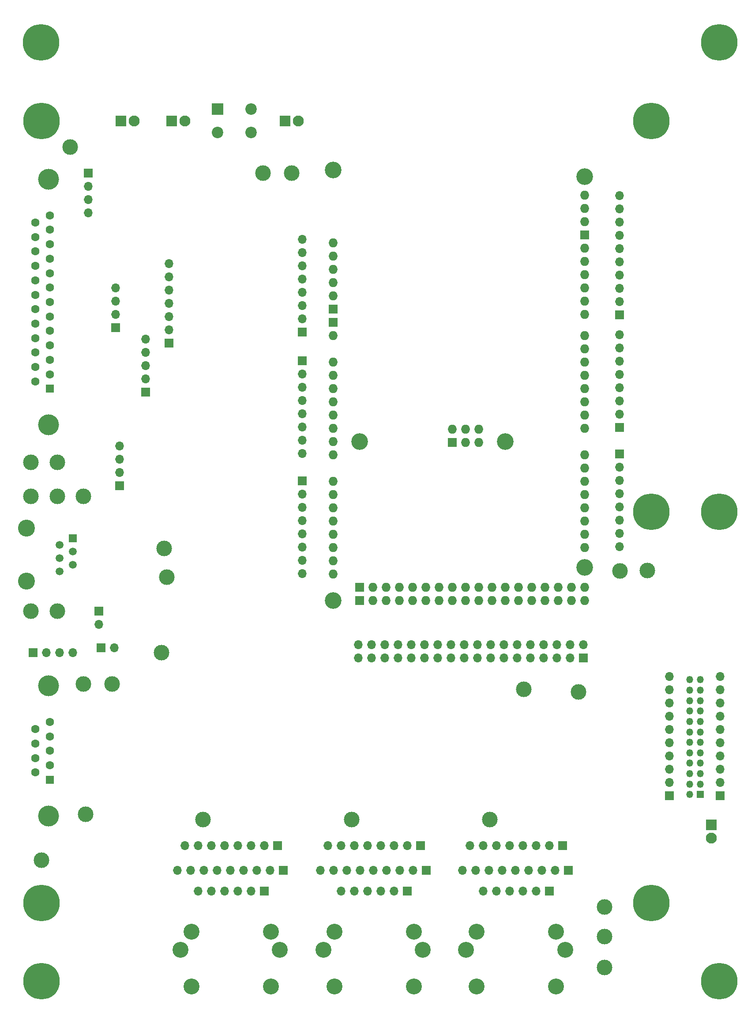
<source format=gbr>
%TF.GenerationSoftware,KiCad,Pcbnew,7.0.1*%
%TF.CreationDate,2023-08-28T22:07:01-05:00*%
%TF.ProjectId,Control v1,436f6e74-726f-46c2-9076-312e6b696361,0.1*%
%TF.SameCoordinates,Original*%
%TF.FileFunction,Soldermask,Bot*%
%TF.FilePolarity,Negative*%
%FSLAX46Y46*%
G04 Gerber Fmt 4.6, Leading zero omitted, Abs format (unit mm)*
G04 Created by KiCad (PCBNEW 7.0.1) date 2023-08-28 22:07:01*
%MOMM*%
%LPD*%
G01*
G04 APERTURE LIST*
%ADD10C,3.000000*%
%ADD11R,1.700000X1.700000*%
%ADD12O,1.700000X1.700000*%
%ADD13C,0.800000*%
%ADD14C,7.000000*%
%ADD15R,2.100000X2.100000*%
%ADD16C,2.100000*%
%ADD17C,3.048000*%
%ADD18C,3.200000*%
%ADD19O,1.727200X1.727200*%
%ADD20R,1.727200X1.727200*%
%ADD21C,4.000000*%
%ADD22R,1.600000X1.600000*%
%ADD23C,1.600000*%
%ADD24C,3.250000*%
%ADD25R,1.520000X1.520000*%
%ADD26C,1.520000*%
%ADD27R,1.350000X1.350000*%
%ADD28O,1.350000X1.350000*%
%ADD29R,2.200000X2.200000*%
%ADD30C,2.200000*%
G04 APERTURE END LIST*
D10*
%TO.C,TP18*%
X63500000Y-188000000D03*
%TD*%
%TO.C,SPI_SCK1*%
X79000000Y-142500000D03*
%TD*%
D11*
%TO.C,J5*%
X105000000Y-101000000D03*
D12*
X105000000Y-103540000D03*
X105000000Y-106080000D03*
X105000000Y-108620000D03*
X105000000Y-111160000D03*
X105000000Y-113700000D03*
X105000000Y-116240000D03*
X105000000Y-118780000D03*
%TD*%
D10*
%TO.C,D_PSU_RX1*%
X166000000Y-141300000D03*
%TD*%
D13*
%TO.C,ISO4*%
X182375000Y-220000000D03*
X183143845Y-218143845D03*
X183143845Y-221856155D03*
X185000000Y-217375000D03*
D14*
X185000000Y-220000000D03*
D13*
X185000000Y-222625000D03*
X186856155Y-218143845D03*
X186856155Y-221856155D03*
X187625000Y-220000000D03*
%TD*%
D10*
%TO.C,TP12*%
X58000000Y-149000000D03*
%TD*%
D11*
%TO.C,J24*%
X53380000Y-157000000D03*
D12*
X55920000Y-157000000D03*
X58460000Y-157000000D03*
X61000000Y-157000000D03*
%TD*%
D10*
%TO.C,TP6*%
X141000000Y-188950000D03*
%TD*%
D11*
%TO.C,J6*%
X165940000Y-113780000D03*
D12*
X165940000Y-111240000D03*
X165940000Y-108700000D03*
X165940000Y-106160000D03*
X165940000Y-103620000D03*
X165940000Y-101080000D03*
X165940000Y-98540000D03*
X165940000Y-96000000D03*
%TD*%
D11*
%TO.C,J4*%
X105000000Y-124000000D03*
D12*
X105000000Y-126540000D03*
X105000000Y-129080000D03*
X105000000Y-131620000D03*
X105000000Y-134160000D03*
X105000000Y-136700000D03*
X105000000Y-139240000D03*
X105000000Y-141780000D03*
%TD*%
D13*
%TO.C,ISO5*%
X182375000Y-130000000D03*
X183143845Y-128143845D03*
X183143845Y-131856155D03*
X185000000Y-127375000D03*
D14*
X185000000Y-130000000D03*
D13*
X185000000Y-132625000D03*
X186856155Y-128143845D03*
X186856155Y-131856155D03*
X187625000Y-130000000D03*
%TD*%
D11*
%TO.C,J17*%
X75000000Y-107000000D03*
D12*
X75000000Y-104460000D03*
X75000000Y-101920000D03*
X75000000Y-99380000D03*
X75000000Y-96840000D03*
%TD*%
D13*
%TO.C,H5*%
X169375000Y-130000000D03*
X170143845Y-128143845D03*
X170143845Y-131856155D03*
X172000000Y-127375000D03*
D14*
X172000000Y-130000000D03*
D13*
X172000000Y-132625000D03*
X173856155Y-128143845D03*
X173856155Y-131856155D03*
X174625000Y-130000000D03*
%TD*%
D10*
%TO.C,TP11*%
X53000000Y-120500000D03*
%TD*%
D11*
%TO.C,J8*%
X159000000Y-158000000D03*
D12*
X159000000Y-155460000D03*
X156460000Y-158000000D03*
X156460000Y-155460000D03*
X153920000Y-158000000D03*
X153920000Y-155460000D03*
X151380000Y-158000000D03*
X151380000Y-155460000D03*
X148840000Y-158000000D03*
X148840000Y-155460000D03*
X146300000Y-158000000D03*
X146300000Y-155460000D03*
X143760000Y-158000000D03*
X143760000Y-155460000D03*
X141220000Y-158000000D03*
X141220000Y-155460000D03*
X138680000Y-158000000D03*
X138680000Y-155460000D03*
X136140000Y-158000000D03*
X136140000Y-155460000D03*
X133600000Y-158000000D03*
X133600000Y-155460000D03*
X131060000Y-158000000D03*
X131060000Y-155460000D03*
X128520000Y-158000000D03*
X128520000Y-155460000D03*
X125980000Y-158000000D03*
X125980000Y-155460000D03*
X123440000Y-158000000D03*
X123440000Y-155460000D03*
X120900000Y-158000000D03*
X120900000Y-155460000D03*
X118360000Y-158000000D03*
X118360000Y-155460000D03*
X115820000Y-158000000D03*
X115820000Y-155460000D03*
%TD*%
D15*
%TO.C,J13*%
X80000000Y-55000000D03*
D16*
X82540000Y-55000000D03*
%TD*%
D10*
%TO.C,D_PSU_TX1*%
X171250000Y-141250000D03*
%TD*%
D11*
%TO.C,J14*%
X185250000Y-184380000D03*
D12*
X185250000Y-181840000D03*
X185250000Y-179300000D03*
X185250000Y-176760000D03*
X185250000Y-174220000D03*
X185250000Y-171680000D03*
X185250000Y-169140000D03*
X185250000Y-166600000D03*
X185250000Y-164060000D03*
X185250000Y-161520000D03*
%TD*%
D13*
%TO.C,H2*%
X52375000Y-205000000D03*
X53143845Y-203143845D03*
X53143845Y-206856155D03*
X55000000Y-202375000D03*
D14*
X55000000Y-205000000D03*
D13*
X55000000Y-207625000D03*
X56856155Y-203143845D03*
X56856155Y-206856155D03*
X57625000Y-205000000D03*
%TD*%
D11*
%TO.C,JP10*%
X127725000Y-193950000D03*
D12*
X125185000Y-193950000D03*
X122645000Y-193950000D03*
X120105000Y-193950000D03*
X117565000Y-193950000D03*
X115025000Y-193950000D03*
X112485000Y-193950000D03*
X109945000Y-193950000D03*
D17*
X126455000Y-210460000D03*
X111215000Y-210460000D03*
%TD*%
D10*
%TO.C,SCL1*%
X147500000Y-164000000D03*
%TD*%
D13*
%TO.C,H3*%
X169375000Y-55000000D03*
X170143845Y-53143845D03*
X170143845Y-56856155D03*
X172000000Y-52375000D03*
D14*
X172000000Y-55000000D03*
D13*
X172000000Y-57625000D03*
X173856155Y-53143845D03*
X173856155Y-56856155D03*
X174625000Y-55000000D03*
%TD*%
D11*
%TO.C,J19*%
X79500000Y-97660000D03*
D12*
X79500000Y-95120000D03*
X79500000Y-92580000D03*
X79500000Y-90040000D03*
X79500000Y-87500000D03*
X79500000Y-84960000D03*
X79500000Y-82420000D03*
%TD*%
D18*
%TO.C,A1*%
X110920000Y-64450000D03*
X159180000Y-65720000D03*
D19*
X110920000Y-78420000D03*
D18*
X143940000Y-116520000D03*
X116000000Y-116520000D03*
X159180000Y-140650000D03*
X110920000Y-147000000D03*
D19*
X110920000Y-86040000D03*
X110920000Y-88580000D03*
X138860000Y-116647000D03*
X159180000Y-144460000D03*
X159180000Y-147000000D03*
X110920000Y-101280000D03*
X110920000Y-103820000D03*
X110920000Y-106360000D03*
X110920000Y-108900000D03*
X110920000Y-111440000D03*
X110920000Y-113980000D03*
X110920000Y-116520000D03*
X110920000Y-119060000D03*
X110920000Y-124140000D03*
X110920000Y-126680000D03*
X110920000Y-129220000D03*
X110920000Y-131760000D03*
X159180000Y-74356000D03*
X110920000Y-139380000D03*
X110920000Y-141920000D03*
X159180000Y-113980000D03*
X159180000Y-111440000D03*
X159180000Y-108900000D03*
X159180000Y-106360000D03*
X159180000Y-103820000D03*
X159180000Y-101280000D03*
X159180000Y-98740000D03*
X159180000Y-96200000D03*
X159180000Y-92136000D03*
X159180000Y-89596000D03*
X159180000Y-87056000D03*
X159180000Y-84516000D03*
X159180000Y-81976000D03*
X159180000Y-79436000D03*
X159180000Y-119060000D03*
X159180000Y-121600000D03*
X159180000Y-124140000D03*
X159180000Y-126680000D03*
X159180000Y-129220000D03*
X159180000Y-131760000D03*
X159180000Y-134300000D03*
X159180000Y-136840000D03*
X156640000Y-144460000D03*
X156640000Y-147000000D03*
X154100000Y-144460000D03*
X154100000Y-147000000D03*
X151560000Y-144460000D03*
X151560000Y-147000000D03*
X149020000Y-144460000D03*
X149020000Y-147000000D03*
X146480000Y-144460000D03*
X146480000Y-147000000D03*
X143940000Y-144460000D03*
X143940000Y-147000000D03*
X141400000Y-144460000D03*
X141400000Y-147000000D03*
X138860000Y-144460000D03*
X138860000Y-147000000D03*
X136320000Y-144460000D03*
X136320000Y-147000000D03*
X133780000Y-144460000D03*
X133780000Y-147000000D03*
X131240000Y-144460000D03*
X131240000Y-147000000D03*
X128700000Y-144460000D03*
X128700000Y-147000000D03*
X126160000Y-144460000D03*
X126160000Y-147000000D03*
X123620000Y-144460000D03*
X123620000Y-147000000D03*
X121080000Y-144460000D03*
X121080000Y-147000000D03*
X118540000Y-144460000D03*
X118540000Y-147000000D03*
X110920000Y-134300000D03*
X110920000Y-136840000D03*
D20*
X159180000Y-76896000D03*
X110920000Y-91120000D03*
X110920000Y-93660000D03*
X133780000Y-116647000D03*
X116000000Y-144460000D03*
X116000000Y-147000000D03*
D19*
X110920000Y-80960000D03*
X138860000Y-114107000D03*
X136320000Y-116647000D03*
X110920000Y-83500000D03*
X133780000Y-114107000D03*
X136320000Y-114107000D03*
X159180000Y-69276000D03*
X159180000Y-71816000D03*
X110920000Y-96200000D03*
%TD*%
D10*
%TO.C,TP14*%
X53000000Y-127000000D03*
%TD*%
D11*
%TO.C,J22*%
X66000000Y-149000000D03*
D12*
X66000000Y-151540000D03*
%TD*%
D10*
%TO.C,COPI1*%
X78500000Y-137000000D03*
%TD*%
D11*
%TO.C,J18*%
X64000000Y-65000000D03*
D12*
X64000000Y-67540000D03*
X64000000Y-70080000D03*
X64000000Y-72620000D03*
%TD*%
D11*
%TO.C,JP15*%
X100280000Y-193950000D03*
D12*
X97740000Y-193950000D03*
X95200000Y-193950000D03*
X92660000Y-193950000D03*
X90120000Y-193950000D03*
X87580000Y-193950000D03*
X85040000Y-193950000D03*
X82500000Y-193950000D03*
D17*
X99010000Y-210460000D03*
X83770000Y-210460000D03*
%TD*%
D10*
%TO.C,TP16*%
X63000000Y-127000000D03*
%TD*%
%TO.C,TP7*%
X114500000Y-188950000D03*
%TD*%
%TO.C,TP13*%
X53000000Y-149000000D03*
%TD*%
%TO.C,TP9*%
X163000000Y-211450000D03*
%TD*%
%TO.C,TP4*%
X60500000Y-60000000D03*
%TD*%
%TO.C,SDA1*%
X158000000Y-164500000D03*
%TD*%
D13*
%TO.C,ISO2*%
X52375000Y-220000000D03*
X53143845Y-218143845D03*
X53143845Y-221856155D03*
X55000000Y-217375000D03*
D14*
X55000000Y-220000000D03*
D13*
X55000000Y-222625000D03*
X56856155Y-218143845D03*
X56856155Y-221856155D03*
X57625000Y-220000000D03*
%TD*%
D21*
%TO.C,J1*%
X56325763Y-163294000D03*
X56325763Y-188294000D03*
D22*
X56625763Y-181334000D03*
D23*
X56625763Y-178564000D03*
X56625763Y-175794000D03*
X56625763Y-173024000D03*
X56625763Y-170254000D03*
X53785763Y-179949000D03*
X53785763Y-177179000D03*
X53785763Y-174409000D03*
X53785763Y-171639000D03*
%TD*%
D10*
%TO.C,TP5*%
X163000000Y-217350000D03*
%TD*%
D24*
%TO.C,J21*%
X52110000Y-133090000D03*
X52110000Y-143250000D03*
D25*
X61000000Y-135000000D03*
D26*
X58460000Y-136270000D03*
X61000000Y-137540000D03*
X58460000Y-138810000D03*
X61000000Y-140080000D03*
X58460000Y-141350000D03*
%TD*%
D11*
%TO.C,JP20*%
X128820000Y-198744000D03*
D12*
X126280000Y-198744000D03*
X123740000Y-198744000D03*
X121200000Y-198744000D03*
X118660000Y-198744000D03*
X116120000Y-198744000D03*
X113580000Y-198744000D03*
X111040000Y-198744000D03*
X108500000Y-198744000D03*
D17*
X128185000Y-213933200D03*
X109135000Y-213933200D03*
%TD*%
D13*
%TO.C,H1*%
X52375000Y-55000000D03*
X53143845Y-53143845D03*
X53143845Y-56856155D03*
X55000000Y-52375000D03*
D14*
X55000000Y-55000000D03*
D13*
X55000000Y-57625000D03*
X56856155Y-53143845D03*
X56856155Y-56856155D03*
X57625000Y-55000000D03*
%TD*%
D11*
%TO.C,J3*%
X105000000Y-95500000D03*
D12*
X105000000Y-92960000D03*
X105000000Y-90420000D03*
X105000000Y-87880000D03*
X105000000Y-85340000D03*
X105000000Y-82800000D03*
X105000000Y-80260000D03*
X105000000Y-77720000D03*
%TD*%
D10*
%TO.C,TP17*%
X63000000Y-163000000D03*
%TD*%
D15*
%TO.C,J25*%
X183500000Y-190000000D03*
D16*
X183500000Y-192540000D03*
%TD*%
D10*
%TO.C,CIPO1*%
X78000000Y-157000000D03*
%TD*%
D27*
%TO.C,J10*%
X181400000Y-184170000D03*
D28*
X179400000Y-184170000D03*
X181400000Y-182170000D03*
X179400000Y-182170000D03*
X181400000Y-180170000D03*
X179400000Y-180170000D03*
X181400000Y-178170000D03*
X179400000Y-178170000D03*
X181400000Y-176170000D03*
X179400000Y-176170000D03*
X181400000Y-174170000D03*
X179400000Y-174170000D03*
X181400000Y-172170000D03*
X179400000Y-172170000D03*
X181400000Y-170170000D03*
X179400000Y-170170000D03*
X181400000Y-168170000D03*
X179400000Y-168170000D03*
X181400000Y-166170000D03*
X179400000Y-166170000D03*
X181400000Y-164170000D03*
X179400000Y-164170000D03*
X181400000Y-162170000D03*
X179400000Y-162170000D03*
%TD*%
D11*
%TO.C,J2*%
X165940000Y-118880000D03*
D12*
X165940000Y-121420000D03*
X165940000Y-123960000D03*
X165940000Y-126500000D03*
X165940000Y-129040000D03*
X165940000Y-131580000D03*
X165940000Y-134120000D03*
X165940000Y-136660000D03*
%TD*%
D11*
%TO.C,JP9*%
X155000000Y-193950000D03*
D12*
X152460000Y-193950000D03*
X149920000Y-193950000D03*
X147380000Y-193950000D03*
X144840000Y-193950000D03*
X142300000Y-193950000D03*
X139760000Y-193950000D03*
X137220000Y-193950000D03*
D17*
X153730000Y-210460000D03*
X138490000Y-210460000D03*
%TD*%
D11*
%TO.C,J16*%
X69190000Y-94620000D03*
D12*
X69190000Y-92080000D03*
X69190000Y-89540000D03*
X69190000Y-87000000D03*
%TD*%
D11*
%TO.C,JP16*%
X152460000Y-202712000D03*
D12*
X149920000Y-202712000D03*
X147380000Y-202712000D03*
X144840000Y-202712000D03*
X142300000Y-202712000D03*
X139760000Y-202712000D03*
D17*
X153730000Y-221000000D03*
X138490000Y-221000000D03*
%TD*%
D10*
%TO.C,TP15*%
X58000000Y-127000000D03*
%TD*%
D15*
%TO.C,J11*%
X101730000Y-55000000D03*
D16*
X104270000Y-55000000D03*
%TD*%
D13*
%TO.C,ISO1*%
X52250000Y-40000000D03*
X53018845Y-38143845D03*
X53018845Y-41856155D03*
X54875000Y-37375000D03*
D14*
X54875000Y-40000000D03*
D13*
X54875000Y-42625000D03*
X56731155Y-38143845D03*
X56731155Y-41856155D03*
X57500000Y-40000000D03*
%TD*%
D11*
%TO.C,J23*%
X66460000Y-156000000D03*
D12*
X69000000Y-156000000D03*
%TD*%
D11*
%TO.C,J20*%
X70000000Y-125000000D03*
D12*
X70000000Y-122460000D03*
X70000000Y-119920000D03*
X70000000Y-117380000D03*
%TD*%
D11*
%TO.C,JP17*%
X125185000Y-202712000D03*
D12*
X122645000Y-202712000D03*
X120105000Y-202712000D03*
X117565000Y-202712000D03*
X115025000Y-202712000D03*
X112485000Y-202712000D03*
D17*
X126455000Y-221000000D03*
X111215000Y-221000000D03*
%TD*%
D11*
%TO.C,JP18*%
X97740000Y-202712000D03*
D12*
X95200000Y-202712000D03*
X92660000Y-202712000D03*
X90120000Y-202712000D03*
X87580000Y-202712000D03*
X85040000Y-202712000D03*
D17*
X99010000Y-221000000D03*
X83770000Y-221000000D03*
%TD*%
D10*
%TO.C,TP10*%
X163000000Y-205750000D03*
%TD*%
D11*
%TO.C,JP19*%
X156095000Y-198744000D03*
D12*
X153555000Y-198744000D03*
X151015000Y-198744000D03*
X148475000Y-198744000D03*
X145935000Y-198744000D03*
X143395000Y-198744000D03*
X140855000Y-198744000D03*
X138315000Y-198744000D03*
X135775000Y-198744000D03*
D17*
X155460000Y-213933200D03*
X136410000Y-213933200D03*
%TD*%
D10*
%TO.C,TP8*%
X86000000Y-188950000D03*
%TD*%
D11*
%TO.C,J7*%
X165900000Y-92200000D03*
D12*
X165900000Y-89660000D03*
X165900000Y-87120000D03*
X165900000Y-84580000D03*
X165900000Y-82040000D03*
X165900000Y-79500000D03*
X165900000Y-76960000D03*
X165900000Y-74420000D03*
X165900000Y-71880000D03*
X165900000Y-69340000D03*
%TD*%
D11*
%TO.C,J9*%
X175500000Y-184380000D03*
D12*
X175500000Y-181840000D03*
X175500000Y-179300000D03*
X175500000Y-176760000D03*
X175500000Y-174220000D03*
X175500000Y-171680000D03*
X175500000Y-169140000D03*
X175500000Y-166600000D03*
X175500000Y-164060000D03*
X175500000Y-161520000D03*
%TD*%
D29*
%TO.C,S1*%
X88750000Y-52750000D03*
D30*
X95250000Y-52750000D03*
X88750000Y-57250000D03*
X95250000Y-57250000D03*
%TD*%
D10*
%TO.C,TP19*%
X68500000Y-163000000D03*
%TD*%
D13*
%TO.C,H4*%
X169375000Y-205000000D03*
X170143845Y-203143845D03*
X170143845Y-206856155D03*
X172000000Y-202375000D03*
D14*
X172000000Y-205000000D03*
D13*
X172000000Y-207625000D03*
X173856155Y-203143845D03*
X173856155Y-206856155D03*
X174625000Y-205000000D03*
%TD*%
D21*
%TO.C,J15*%
X56325763Y-66194000D03*
X56325763Y-113294000D03*
D22*
X56625763Y-106364000D03*
D23*
X56625763Y-103594000D03*
X56625763Y-100824000D03*
X56625763Y-98054000D03*
X56625763Y-95284000D03*
X56625763Y-92514000D03*
X56625763Y-89744000D03*
X56625763Y-86974000D03*
X56625763Y-84204000D03*
X56625763Y-81434000D03*
X56625763Y-78664000D03*
X56625763Y-75894000D03*
X56625763Y-73124000D03*
X53785763Y-104979000D03*
X53785763Y-102209000D03*
X53785763Y-99439000D03*
X53785763Y-96669000D03*
X53785763Y-93899000D03*
X53785763Y-91129000D03*
X53785763Y-88359000D03*
X53785763Y-85589000D03*
X53785763Y-82819000D03*
X53785763Y-80049000D03*
X53785763Y-77279000D03*
X53785763Y-74509000D03*
%TD*%
D10*
%TO.C,TPSwitched_Fan_Power1*%
X58000000Y-120500000D03*
%TD*%
D11*
%TO.C,JP21*%
X101375000Y-198744000D03*
D12*
X98835000Y-198744000D03*
X96295000Y-198744000D03*
X93755000Y-198744000D03*
X91215000Y-198744000D03*
X88675000Y-198744000D03*
X86135000Y-198744000D03*
X83595000Y-198744000D03*
X81055000Y-198744000D03*
D17*
X100740000Y-213933200D03*
X81690000Y-213933200D03*
%TD*%
D10*
%TO.C,VIN1*%
X97500000Y-65000000D03*
%TD*%
%TO.C,TP3*%
X103000000Y-65000000D03*
%TD*%
D15*
%TO.C,J12*%
X70230000Y-55000000D03*
D16*
X72770000Y-55000000D03*
%TD*%
D10*
%TO.C,TP1*%
X55000000Y-196750000D03*
%TD*%
D13*
%TO.C,ISO3*%
X182375000Y-40000000D03*
X183143845Y-38143845D03*
X183143845Y-41856155D03*
X185000000Y-37375000D03*
D14*
X185000000Y-40000000D03*
D13*
X185000000Y-42625000D03*
X186856155Y-38143845D03*
X186856155Y-41856155D03*
X187625000Y-40000000D03*
%TD*%
M02*

</source>
